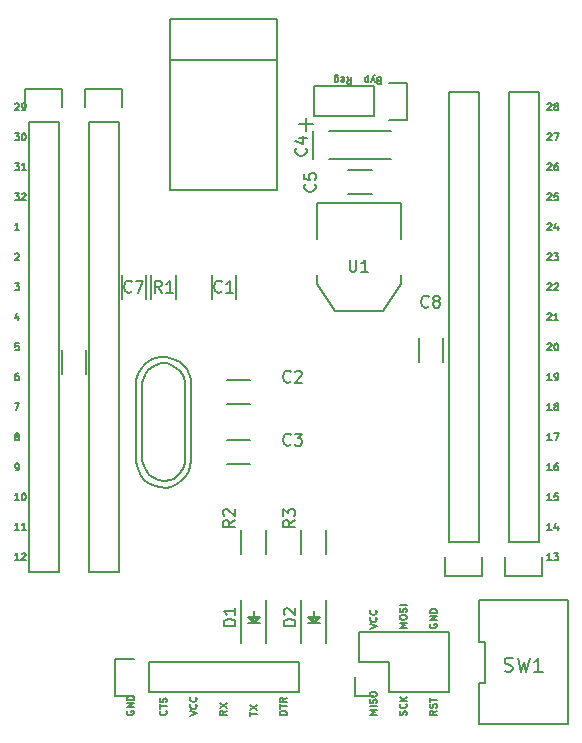
<source format=gto>
%TF.GenerationSoftware,KiCad,Pcbnew,4.0.2-stable*%
%TF.CreationDate,2016-04-26T19:03:57-04:00*%
%TF.ProjectId,Programmer,50726F6772616D6D65722E6B69636164,rev?*%
%TF.FileFunction,Legend,Top*%
%FSLAX46Y46*%
G04 Gerber Fmt 4.6, Leading zero omitted, Abs format (unit mm)*
G04 Created by KiCad (PCBNEW 4.0.2-stable) date 4/26/2016 7:03:57 PM*
%MOMM*%
G01*
G04 APERTURE LIST*
%ADD10C,0.127000*%
%ADD11C,0.150000*%
G04 APERTURE END LIST*
D10*
X45996286Y-22842571D02*
X46196286Y-23128286D01*
X46339143Y-22842571D02*
X46339143Y-23442571D01*
X46110571Y-23442571D01*
X46053429Y-23414000D01*
X46024857Y-23385429D01*
X45996286Y-23328286D01*
X45996286Y-23242571D01*
X46024857Y-23185429D01*
X46053429Y-23156857D01*
X46110571Y-23128286D01*
X46339143Y-23128286D01*
X45510571Y-22871143D02*
X45567714Y-22842571D01*
X45682000Y-22842571D01*
X45739143Y-22871143D01*
X45767714Y-22928286D01*
X45767714Y-23156857D01*
X45739143Y-23214000D01*
X45682000Y-23242571D01*
X45567714Y-23242571D01*
X45510571Y-23214000D01*
X45482000Y-23156857D01*
X45482000Y-23099714D01*
X45767714Y-23042571D01*
X44967714Y-23242571D02*
X44967714Y-22756857D01*
X44996285Y-22699714D01*
X45024857Y-22671143D01*
X45082000Y-22642571D01*
X45167714Y-22642571D01*
X45224857Y-22671143D01*
X44967714Y-22871143D02*
X45024857Y-22842571D01*
X45139143Y-22842571D01*
X45196285Y-22871143D01*
X45224857Y-22899714D01*
X45253428Y-22956857D01*
X45253428Y-23128286D01*
X45224857Y-23185429D01*
X45196285Y-23214000D01*
X45139143Y-23242571D01*
X45024857Y-23242571D01*
X44967714Y-23214000D01*
X48679143Y-23156857D02*
X48593429Y-23128286D01*
X48564857Y-23099714D01*
X48536286Y-23042571D01*
X48536286Y-22956857D01*
X48564857Y-22899714D01*
X48593429Y-22871143D01*
X48650571Y-22842571D01*
X48879143Y-22842571D01*
X48879143Y-23442571D01*
X48679143Y-23442571D01*
X48622000Y-23414000D01*
X48593429Y-23385429D01*
X48564857Y-23328286D01*
X48564857Y-23271143D01*
X48593429Y-23214000D01*
X48622000Y-23185429D01*
X48679143Y-23156857D01*
X48879143Y-23156857D01*
X48336286Y-23242571D02*
X48193429Y-22842571D01*
X48050571Y-23242571D02*
X48193429Y-22842571D01*
X48250571Y-22699714D01*
X48279143Y-22671143D01*
X48336286Y-22642571D01*
X47822000Y-23242571D02*
X47822000Y-22642571D01*
X47822000Y-23214000D02*
X47764857Y-23242571D01*
X47650571Y-23242571D01*
X47593428Y-23214000D01*
X47564857Y-23185429D01*
X47536286Y-23128286D01*
X47536286Y-22956857D01*
X47564857Y-22899714D01*
X47593428Y-22871143D01*
X47650571Y-22842571D01*
X47764857Y-22842571D01*
X47822000Y-22871143D01*
X62979286Y-25128571D02*
X63007857Y-25100000D01*
X63065000Y-25071429D01*
X63207857Y-25071429D01*
X63265000Y-25100000D01*
X63293571Y-25128571D01*
X63322143Y-25185714D01*
X63322143Y-25242857D01*
X63293571Y-25328571D01*
X62950714Y-25671429D01*
X63322143Y-25671429D01*
X63665000Y-25328571D02*
X63607858Y-25300000D01*
X63579286Y-25271429D01*
X63550715Y-25214286D01*
X63550715Y-25185714D01*
X63579286Y-25128571D01*
X63607858Y-25100000D01*
X63665000Y-25071429D01*
X63779286Y-25071429D01*
X63836429Y-25100000D01*
X63865000Y-25128571D01*
X63893572Y-25185714D01*
X63893572Y-25214286D01*
X63865000Y-25271429D01*
X63836429Y-25300000D01*
X63779286Y-25328571D01*
X63665000Y-25328571D01*
X63607858Y-25357143D01*
X63579286Y-25385714D01*
X63550715Y-25442857D01*
X63550715Y-25557143D01*
X63579286Y-25614286D01*
X63607858Y-25642857D01*
X63665000Y-25671429D01*
X63779286Y-25671429D01*
X63836429Y-25642857D01*
X63865000Y-25614286D01*
X63893572Y-25557143D01*
X63893572Y-25442857D01*
X63865000Y-25385714D01*
X63836429Y-25357143D01*
X63779286Y-25328571D01*
X62979286Y-27668571D02*
X63007857Y-27640000D01*
X63065000Y-27611429D01*
X63207857Y-27611429D01*
X63265000Y-27640000D01*
X63293571Y-27668571D01*
X63322143Y-27725714D01*
X63322143Y-27782857D01*
X63293571Y-27868571D01*
X62950714Y-28211429D01*
X63322143Y-28211429D01*
X63522143Y-27611429D02*
X63922143Y-27611429D01*
X63665000Y-28211429D01*
X62979286Y-30208571D02*
X63007857Y-30180000D01*
X63065000Y-30151429D01*
X63207857Y-30151429D01*
X63265000Y-30180000D01*
X63293571Y-30208571D01*
X63322143Y-30265714D01*
X63322143Y-30322857D01*
X63293571Y-30408571D01*
X62950714Y-30751429D01*
X63322143Y-30751429D01*
X63836429Y-30151429D02*
X63722143Y-30151429D01*
X63665000Y-30180000D01*
X63636429Y-30208571D01*
X63579286Y-30294286D01*
X63550715Y-30408571D01*
X63550715Y-30637143D01*
X63579286Y-30694286D01*
X63607858Y-30722857D01*
X63665000Y-30751429D01*
X63779286Y-30751429D01*
X63836429Y-30722857D01*
X63865000Y-30694286D01*
X63893572Y-30637143D01*
X63893572Y-30494286D01*
X63865000Y-30437143D01*
X63836429Y-30408571D01*
X63779286Y-30380000D01*
X63665000Y-30380000D01*
X63607858Y-30408571D01*
X63579286Y-30437143D01*
X63550715Y-30494286D01*
X62979286Y-32748571D02*
X63007857Y-32720000D01*
X63065000Y-32691429D01*
X63207857Y-32691429D01*
X63265000Y-32720000D01*
X63293571Y-32748571D01*
X63322143Y-32805714D01*
X63322143Y-32862857D01*
X63293571Y-32948571D01*
X62950714Y-33291429D01*
X63322143Y-33291429D01*
X63865000Y-32691429D02*
X63579286Y-32691429D01*
X63550715Y-32977143D01*
X63579286Y-32948571D01*
X63636429Y-32920000D01*
X63779286Y-32920000D01*
X63836429Y-32948571D01*
X63865000Y-32977143D01*
X63893572Y-33034286D01*
X63893572Y-33177143D01*
X63865000Y-33234286D01*
X63836429Y-33262857D01*
X63779286Y-33291429D01*
X63636429Y-33291429D01*
X63579286Y-33262857D01*
X63550715Y-33234286D01*
X62979286Y-35288571D02*
X63007857Y-35260000D01*
X63065000Y-35231429D01*
X63207857Y-35231429D01*
X63265000Y-35260000D01*
X63293571Y-35288571D01*
X63322143Y-35345714D01*
X63322143Y-35402857D01*
X63293571Y-35488571D01*
X62950714Y-35831429D01*
X63322143Y-35831429D01*
X63836429Y-35431429D02*
X63836429Y-35831429D01*
X63693572Y-35202857D02*
X63550715Y-35631429D01*
X63922143Y-35631429D01*
X62979286Y-37828571D02*
X63007857Y-37800000D01*
X63065000Y-37771429D01*
X63207857Y-37771429D01*
X63265000Y-37800000D01*
X63293571Y-37828571D01*
X63322143Y-37885714D01*
X63322143Y-37942857D01*
X63293571Y-38028571D01*
X62950714Y-38371429D01*
X63322143Y-38371429D01*
X63522143Y-37771429D02*
X63893572Y-37771429D01*
X63693572Y-38000000D01*
X63779286Y-38000000D01*
X63836429Y-38028571D01*
X63865000Y-38057143D01*
X63893572Y-38114286D01*
X63893572Y-38257143D01*
X63865000Y-38314286D01*
X63836429Y-38342857D01*
X63779286Y-38371429D01*
X63607858Y-38371429D01*
X63550715Y-38342857D01*
X63522143Y-38314286D01*
X62979286Y-40368571D02*
X63007857Y-40340000D01*
X63065000Y-40311429D01*
X63207857Y-40311429D01*
X63265000Y-40340000D01*
X63293571Y-40368571D01*
X63322143Y-40425714D01*
X63322143Y-40482857D01*
X63293571Y-40568571D01*
X62950714Y-40911429D01*
X63322143Y-40911429D01*
X63550715Y-40368571D02*
X63579286Y-40340000D01*
X63636429Y-40311429D01*
X63779286Y-40311429D01*
X63836429Y-40340000D01*
X63865000Y-40368571D01*
X63893572Y-40425714D01*
X63893572Y-40482857D01*
X63865000Y-40568571D01*
X63522143Y-40911429D01*
X63893572Y-40911429D01*
X62979286Y-42908571D02*
X63007857Y-42880000D01*
X63065000Y-42851429D01*
X63207857Y-42851429D01*
X63265000Y-42880000D01*
X63293571Y-42908571D01*
X63322143Y-42965714D01*
X63322143Y-43022857D01*
X63293571Y-43108571D01*
X62950714Y-43451429D01*
X63322143Y-43451429D01*
X63893572Y-43451429D02*
X63550715Y-43451429D01*
X63722143Y-43451429D02*
X63722143Y-42851429D01*
X63665000Y-42937143D01*
X63607858Y-42994286D01*
X63550715Y-43022857D01*
X62979286Y-45448571D02*
X63007857Y-45420000D01*
X63065000Y-45391429D01*
X63207857Y-45391429D01*
X63265000Y-45420000D01*
X63293571Y-45448571D01*
X63322143Y-45505714D01*
X63322143Y-45562857D01*
X63293571Y-45648571D01*
X62950714Y-45991429D01*
X63322143Y-45991429D01*
X63693572Y-45391429D02*
X63750715Y-45391429D01*
X63807858Y-45420000D01*
X63836429Y-45448571D01*
X63865000Y-45505714D01*
X63893572Y-45620000D01*
X63893572Y-45762857D01*
X63865000Y-45877143D01*
X63836429Y-45934286D01*
X63807858Y-45962857D01*
X63750715Y-45991429D01*
X63693572Y-45991429D01*
X63636429Y-45962857D01*
X63607858Y-45934286D01*
X63579286Y-45877143D01*
X63550715Y-45762857D01*
X63550715Y-45620000D01*
X63579286Y-45505714D01*
X63607858Y-45448571D01*
X63636429Y-45420000D01*
X63693572Y-45391429D01*
X63322143Y-48531429D02*
X62979286Y-48531429D01*
X63150714Y-48531429D02*
X63150714Y-47931429D01*
X63093571Y-48017143D01*
X63036429Y-48074286D01*
X62979286Y-48102857D01*
X63607858Y-48531429D02*
X63722143Y-48531429D01*
X63779286Y-48502857D01*
X63807858Y-48474286D01*
X63865000Y-48388571D01*
X63893572Y-48274286D01*
X63893572Y-48045714D01*
X63865000Y-47988571D01*
X63836429Y-47960000D01*
X63779286Y-47931429D01*
X63665000Y-47931429D01*
X63607858Y-47960000D01*
X63579286Y-47988571D01*
X63550715Y-48045714D01*
X63550715Y-48188571D01*
X63579286Y-48245714D01*
X63607858Y-48274286D01*
X63665000Y-48302857D01*
X63779286Y-48302857D01*
X63836429Y-48274286D01*
X63865000Y-48245714D01*
X63893572Y-48188571D01*
X63322143Y-51071429D02*
X62979286Y-51071429D01*
X63150714Y-51071429D02*
X63150714Y-50471429D01*
X63093571Y-50557143D01*
X63036429Y-50614286D01*
X62979286Y-50642857D01*
X63665000Y-50728571D02*
X63607858Y-50700000D01*
X63579286Y-50671429D01*
X63550715Y-50614286D01*
X63550715Y-50585714D01*
X63579286Y-50528571D01*
X63607858Y-50500000D01*
X63665000Y-50471429D01*
X63779286Y-50471429D01*
X63836429Y-50500000D01*
X63865000Y-50528571D01*
X63893572Y-50585714D01*
X63893572Y-50614286D01*
X63865000Y-50671429D01*
X63836429Y-50700000D01*
X63779286Y-50728571D01*
X63665000Y-50728571D01*
X63607858Y-50757143D01*
X63579286Y-50785714D01*
X63550715Y-50842857D01*
X63550715Y-50957143D01*
X63579286Y-51014286D01*
X63607858Y-51042857D01*
X63665000Y-51071429D01*
X63779286Y-51071429D01*
X63836429Y-51042857D01*
X63865000Y-51014286D01*
X63893572Y-50957143D01*
X63893572Y-50842857D01*
X63865000Y-50785714D01*
X63836429Y-50757143D01*
X63779286Y-50728571D01*
X63322143Y-53611429D02*
X62979286Y-53611429D01*
X63150714Y-53611429D02*
X63150714Y-53011429D01*
X63093571Y-53097143D01*
X63036429Y-53154286D01*
X62979286Y-53182857D01*
X63522143Y-53011429D02*
X63922143Y-53011429D01*
X63665000Y-53611429D01*
X63322143Y-56151429D02*
X62979286Y-56151429D01*
X63150714Y-56151429D02*
X63150714Y-55551429D01*
X63093571Y-55637143D01*
X63036429Y-55694286D01*
X62979286Y-55722857D01*
X63836429Y-55551429D02*
X63722143Y-55551429D01*
X63665000Y-55580000D01*
X63636429Y-55608571D01*
X63579286Y-55694286D01*
X63550715Y-55808571D01*
X63550715Y-56037143D01*
X63579286Y-56094286D01*
X63607858Y-56122857D01*
X63665000Y-56151429D01*
X63779286Y-56151429D01*
X63836429Y-56122857D01*
X63865000Y-56094286D01*
X63893572Y-56037143D01*
X63893572Y-55894286D01*
X63865000Y-55837143D01*
X63836429Y-55808571D01*
X63779286Y-55780000D01*
X63665000Y-55780000D01*
X63607858Y-55808571D01*
X63579286Y-55837143D01*
X63550715Y-55894286D01*
X63322143Y-58691429D02*
X62979286Y-58691429D01*
X63150714Y-58691429D02*
X63150714Y-58091429D01*
X63093571Y-58177143D01*
X63036429Y-58234286D01*
X62979286Y-58262857D01*
X63865000Y-58091429D02*
X63579286Y-58091429D01*
X63550715Y-58377143D01*
X63579286Y-58348571D01*
X63636429Y-58320000D01*
X63779286Y-58320000D01*
X63836429Y-58348571D01*
X63865000Y-58377143D01*
X63893572Y-58434286D01*
X63893572Y-58577143D01*
X63865000Y-58634286D01*
X63836429Y-58662857D01*
X63779286Y-58691429D01*
X63636429Y-58691429D01*
X63579286Y-58662857D01*
X63550715Y-58634286D01*
X63322143Y-61231429D02*
X62979286Y-61231429D01*
X63150714Y-61231429D02*
X63150714Y-60631429D01*
X63093571Y-60717143D01*
X63036429Y-60774286D01*
X62979286Y-60802857D01*
X63836429Y-60831429D02*
X63836429Y-61231429D01*
X63693572Y-60602857D02*
X63550715Y-61031429D01*
X63922143Y-61031429D01*
X63322143Y-63771429D02*
X62979286Y-63771429D01*
X63150714Y-63771429D02*
X63150714Y-63171429D01*
X63093571Y-63257143D01*
X63036429Y-63314286D01*
X62979286Y-63342857D01*
X63522143Y-63171429D02*
X63893572Y-63171429D01*
X63693572Y-63400000D01*
X63779286Y-63400000D01*
X63836429Y-63428571D01*
X63865000Y-63457143D01*
X63893572Y-63514286D01*
X63893572Y-63657143D01*
X63865000Y-63714286D01*
X63836429Y-63742857D01*
X63779286Y-63771429D01*
X63607858Y-63771429D01*
X63550715Y-63742857D01*
X63522143Y-63714286D01*
X18237143Y-63771429D02*
X17894286Y-63771429D01*
X18065714Y-63771429D02*
X18065714Y-63171429D01*
X18008571Y-63257143D01*
X17951429Y-63314286D01*
X17894286Y-63342857D01*
X18465715Y-63228571D02*
X18494286Y-63200000D01*
X18551429Y-63171429D01*
X18694286Y-63171429D01*
X18751429Y-63200000D01*
X18780000Y-63228571D01*
X18808572Y-63285714D01*
X18808572Y-63342857D01*
X18780000Y-63428571D01*
X18437143Y-63771429D01*
X18808572Y-63771429D01*
X18237143Y-61231429D02*
X17894286Y-61231429D01*
X18065714Y-61231429D02*
X18065714Y-60631429D01*
X18008571Y-60717143D01*
X17951429Y-60774286D01*
X17894286Y-60802857D01*
X18808572Y-61231429D02*
X18465715Y-61231429D01*
X18637143Y-61231429D02*
X18637143Y-60631429D01*
X18580000Y-60717143D01*
X18522858Y-60774286D01*
X18465715Y-60802857D01*
X18237143Y-58691429D02*
X17894286Y-58691429D01*
X18065714Y-58691429D02*
X18065714Y-58091429D01*
X18008571Y-58177143D01*
X17951429Y-58234286D01*
X17894286Y-58262857D01*
X18608572Y-58091429D02*
X18665715Y-58091429D01*
X18722858Y-58120000D01*
X18751429Y-58148571D01*
X18780000Y-58205714D01*
X18808572Y-58320000D01*
X18808572Y-58462857D01*
X18780000Y-58577143D01*
X18751429Y-58634286D01*
X18722858Y-58662857D01*
X18665715Y-58691429D01*
X18608572Y-58691429D01*
X18551429Y-58662857D01*
X18522858Y-58634286D01*
X18494286Y-58577143D01*
X18465715Y-58462857D01*
X18465715Y-58320000D01*
X18494286Y-58205714D01*
X18522858Y-58148571D01*
X18551429Y-58120000D01*
X18608572Y-58091429D01*
X17951429Y-56151429D02*
X18065714Y-56151429D01*
X18122857Y-56122857D01*
X18151429Y-56094286D01*
X18208571Y-56008571D01*
X18237143Y-55894286D01*
X18237143Y-55665714D01*
X18208571Y-55608571D01*
X18180000Y-55580000D01*
X18122857Y-55551429D01*
X18008571Y-55551429D01*
X17951429Y-55580000D01*
X17922857Y-55608571D01*
X17894286Y-55665714D01*
X17894286Y-55808571D01*
X17922857Y-55865714D01*
X17951429Y-55894286D01*
X18008571Y-55922857D01*
X18122857Y-55922857D01*
X18180000Y-55894286D01*
X18208571Y-55865714D01*
X18237143Y-55808571D01*
X18008571Y-53268571D02*
X17951429Y-53240000D01*
X17922857Y-53211429D01*
X17894286Y-53154286D01*
X17894286Y-53125714D01*
X17922857Y-53068571D01*
X17951429Y-53040000D01*
X18008571Y-53011429D01*
X18122857Y-53011429D01*
X18180000Y-53040000D01*
X18208571Y-53068571D01*
X18237143Y-53125714D01*
X18237143Y-53154286D01*
X18208571Y-53211429D01*
X18180000Y-53240000D01*
X18122857Y-53268571D01*
X18008571Y-53268571D01*
X17951429Y-53297143D01*
X17922857Y-53325714D01*
X17894286Y-53382857D01*
X17894286Y-53497143D01*
X17922857Y-53554286D01*
X17951429Y-53582857D01*
X18008571Y-53611429D01*
X18122857Y-53611429D01*
X18180000Y-53582857D01*
X18208571Y-53554286D01*
X18237143Y-53497143D01*
X18237143Y-53382857D01*
X18208571Y-53325714D01*
X18180000Y-53297143D01*
X18122857Y-53268571D01*
X17865714Y-50471429D02*
X18265714Y-50471429D01*
X18008571Y-51071429D01*
X18180000Y-47931429D02*
X18065714Y-47931429D01*
X18008571Y-47960000D01*
X17980000Y-47988571D01*
X17922857Y-48074286D01*
X17894286Y-48188571D01*
X17894286Y-48417143D01*
X17922857Y-48474286D01*
X17951429Y-48502857D01*
X18008571Y-48531429D01*
X18122857Y-48531429D01*
X18180000Y-48502857D01*
X18208571Y-48474286D01*
X18237143Y-48417143D01*
X18237143Y-48274286D01*
X18208571Y-48217143D01*
X18180000Y-48188571D01*
X18122857Y-48160000D01*
X18008571Y-48160000D01*
X17951429Y-48188571D01*
X17922857Y-48217143D01*
X17894286Y-48274286D01*
X18208571Y-45391429D02*
X17922857Y-45391429D01*
X17894286Y-45677143D01*
X17922857Y-45648571D01*
X17980000Y-45620000D01*
X18122857Y-45620000D01*
X18180000Y-45648571D01*
X18208571Y-45677143D01*
X18237143Y-45734286D01*
X18237143Y-45877143D01*
X18208571Y-45934286D01*
X18180000Y-45962857D01*
X18122857Y-45991429D01*
X17980000Y-45991429D01*
X17922857Y-45962857D01*
X17894286Y-45934286D01*
X18180000Y-43051429D02*
X18180000Y-43451429D01*
X18037143Y-42822857D02*
X17894286Y-43251429D01*
X18265714Y-43251429D01*
X17894286Y-25128571D02*
X17922857Y-25100000D01*
X17980000Y-25071429D01*
X18122857Y-25071429D01*
X18180000Y-25100000D01*
X18208571Y-25128571D01*
X18237143Y-25185714D01*
X18237143Y-25242857D01*
X18208571Y-25328571D01*
X17865714Y-25671429D01*
X18237143Y-25671429D01*
X18522858Y-25671429D02*
X18637143Y-25671429D01*
X18694286Y-25642857D01*
X18722858Y-25614286D01*
X18780000Y-25528571D01*
X18808572Y-25414286D01*
X18808572Y-25185714D01*
X18780000Y-25128571D01*
X18751429Y-25100000D01*
X18694286Y-25071429D01*
X18580000Y-25071429D01*
X18522858Y-25100000D01*
X18494286Y-25128571D01*
X18465715Y-25185714D01*
X18465715Y-25328571D01*
X18494286Y-25385714D01*
X18522858Y-25414286D01*
X18580000Y-25442857D01*
X18694286Y-25442857D01*
X18751429Y-25414286D01*
X18780000Y-25385714D01*
X18808572Y-25328571D01*
X17865714Y-27611429D02*
X18237143Y-27611429D01*
X18037143Y-27840000D01*
X18122857Y-27840000D01*
X18180000Y-27868571D01*
X18208571Y-27897143D01*
X18237143Y-27954286D01*
X18237143Y-28097143D01*
X18208571Y-28154286D01*
X18180000Y-28182857D01*
X18122857Y-28211429D01*
X17951429Y-28211429D01*
X17894286Y-28182857D01*
X17865714Y-28154286D01*
X18608572Y-27611429D02*
X18665715Y-27611429D01*
X18722858Y-27640000D01*
X18751429Y-27668571D01*
X18780000Y-27725714D01*
X18808572Y-27840000D01*
X18808572Y-27982857D01*
X18780000Y-28097143D01*
X18751429Y-28154286D01*
X18722858Y-28182857D01*
X18665715Y-28211429D01*
X18608572Y-28211429D01*
X18551429Y-28182857D01*
X18522858Y-28154286D01*
X18494286Y-28097143D01*
X18465715Y-27982857D01*
X18465715Y-27840000D01*
X18494286Y-27725714D01*
X18522858Y-27668571D01*
X18551429Y-27640000D01*
X18608572Y-27611429D01*
X17865714Y-40311429D02*
X18237143Y-40311429D01*
X18037143Y-40540000D01*
X18122857Y-40540000D01*
X18180000Y-40568571D01*
X18208571Y-40597143D01*
X18237143Y-40654286D01*
X18237143Y-40797143D01*
X18208571Y-40854286D01*
X18180000Y-40882857D01*
X18122857Y-40911429D01*
X17951429Y-40911429D01*
X17894286Y-40882857D01*
X17865714Y-40854286D01*
X17894286Y-37828571D02*
X17922857Y-37800000D01*
X17980000Y-37771429D01*
X18122857Y-37771429D01*
X18180000Y-37800000D01*
X18208571Y-37828571D01*
X18237143Y-37885714D01*
X18237143Y-37942857D01*
X18208571Y-38028571D01*
X17865714Y-38371429D01*
X18237143Y-38371429D01*
X17865714Y-30151429D02*
X18237143Y-30151429D01*
X18037143Y-30380000D01*
X18122857Y-30380000D01*
X18180000Y-30408571D01*
X18208571Y-30437143D01*
X18237143Y-30494286D01*
X18237143Y-30637143D01*
X18208571Y-30694286D01*
X18180000Y-30722857D01*
X18122857Y-30751429D01*
X17951429Y-30751429D01*
X17894286Y-30722857D01*
X17865714Y-30694286D01*
X18808572Y-30751429D02*
X18465715Y-30751429D01*
X18637143Y-30751429D02*
X18637143Y-30151429D01*
X18580000Y-30237143D01*
X18522858Y-30294286D01*
X18465715Y-30322857D01*
X17865714Y-32691429D02*
X18237143Y-32691429D01*
X18037143Y-32920000D01*
X18122857Y-32920000D01*
X18180000Y-32948571D01*
X18208571Y-32977143D01*
X18237143Y-33034286D01*
X18237143Y-33177143D01*
X18208571Y-33234286D01*
X18180000Y-33262857D01*
X18122857Y-33291429D01*
X17951429Y-33291429D01*
X17894286Y-33262857D01*
X17865714Y-33234286D01*
X18465715Y-32748571D02*
X18494286Y-32720000D01*
X18551429Y-32691429D01*
X18694286Y-32691429D01*
X18751429Y-32720000D01*
X18780000Y-32748571D01*
X18808572Y-32805714D01*
X18808572Y-32862857D01*
X18780000Y-32948571D01*
X18437143Y-33291429D01*
X18808572Y-33291429D01*
X18237143Y-35831429D02*
X17894286Y-35831429D01*
X18065714Y-35831429D02*
X18065714Y-35231429D01*
X18008571Y-35317143D01*
X17951429Y-35374286D01*
X17894286Y-35402857D01*
X47931429Y-69538857D02*
X48531429Y-69338857D01*
X47931429Y-69138857D01*
X48474286Y-68596000D02*
X48502857Y-68624571D01*
X48531429Y-68710285D01*
X48531429Y-68767428D01*
X48502857Y-68853143D01*
X48445714Y-68910285D01*
X48388571Y-68938857D01*
X48274286Y-68967428D01*
X48188571Y-68967428D01*
X48074286Y-68938857D01*
X48017143Y-68910285D01*
X47960000Y-68853143D01*
X47931429Y-68767428D01*
X47931429Y-68710285D01*
X47960000Y-68624571D01*
X47988571Y-68596000D01*
X48474286Y-67996000D02*
X48502857Y-68024571D01*
X48531429Y-68110285D01*
X48531429Y-68167428D01*
X48502857Y-68253143D01*
X48445714Y-68310285D01*
X48388571Y-68338857D01*
X48274286Y-68367428D01*
X48188571Y-68367428D01*
X48074286Y-68338857D01*
X48017143Y-68310285D01*
X47960000Y-68253143D01*
X47931429Y-68167428D01*
X47931429Y-68110285D01*
X47960000Y-68024571D01*
X47988571Y-67996000D01*
X51071429Y-69453143D02*
X50471429Y-69453143D01*
X50900000Y-69253143D01*
X50471429Y-69053143D01*
X51071429Y-69053143D01*
X50471429Y-68653143D02*
X50471429Y-68538857D01*
X50500000Y-68481715D01*
X50557143Y-68424572D01*
X50671429Y-68396000D01*
X50871429Y-68396000D01*
X50985714Y-68424572D01*
X51042857Y-68481715D01*
X51071429Y-68538857D01*
X51071429Y-68653143D01*
X51042857Y-68710286D01*
X50985714Y-68767429D01*
X50871429Y-68796000D01*
X50671429Y-68796000D01*
X50557143Y-68767429D01*
X50500000Y-68710286D01*
X50471429Y-68653143D01*
X51042857Y-68167429D02*
X51071429Y-68081715D01*
X51071429Y-67938858D01*
X51042857Y-67881715D01*
X51014286Y-67853144D01*
X50957143Y-67824572D01*
X50900000Y-67824572D01*
X50842857Y-67853144D01*
X50814286Y-67881715D01*
X50785714Y-67938858D01*
X50757143Y-68053144D01*
X50728571Y-68110286D01*
X50700000Y-68138858D01*
X50642857Y-68167429D01*
X50585714Y-68167429D01*
X50528571Y-68138858D01*
X50500000Y-68110286D01*
X50471429Y-68053144D01*
X50471429Y-67910286D01*
X50500000Y-67824572D01*
X51071429Y-67567429D02*
X50471429Y-67567429D01*
X53040000Y-69138857D02*
X53011429Y-69196000D01*
X53011429Y-69281714D01*
X53040000Y-69367429D01*
X53097143Y-69424571D01*
X53154286Y-69453143D01*
X53268571Y-69481714D01*
X53354286Y-69481714D01*
X53468571Y-69453143D01*
X53525714Y-69424571D01*
X53582857Y-69367429D01*
X53611429Y-69281714D01*
X53611429Y-69224571D01*
X53582857Y-69138857D01*
X53554286Y-69110286D01*
X53354286Y-69110286D01*
X53354286Y-69224571D01*
X53611429Y-68853143D02*
X53011429Y-68853143D01*
X53611429Y-68510286D01*
X53011429Y-68510286D01*
X53611429Y-68224572D02*
X53011429Y-68224572D01*
X53011429Y-68081715D01*
X53040000Y-67996000D01*
X53097143Y-67938858D01*
X53154286Y-67910286D01*
X53268571Y-67881715D01*
X53354286Y-67881715D01*
X53468571Y-67910286D01*
X53525714Y-67938858D01*
X53582857Y-67996000D01*
X53611429Y-68081715D01*
X53611429Y-68224572D01*
X53611429Y-76476286D02*
X53325714Y-76676286D01*
X53611429Y-76819143D02*
X53011429Y-76819143D01*
X53011429Y-76590571D01*
X53040000Y-76533429D01*
X53068571Y-76504857D01*
X53125714Y-76476286D01*
X53211429Y-76476286D01*
X53268571Y-76504857D01*
X53297143Y-76533429D01*
X53325714Y-76590571D01*
X53325714Y-76819143D01*
X53582857Y-76247714D02*
X53611429Y-76162000D01*
X53611429Y-76019143D01*
X53582857Y-75962000D01*
X53554286Y-75933429D01*
X53497143Y-75904857D01*
X53440000Y-75904857D01*
X53382857Y-75933429D01*
X53354286Y-75962000D01*
X53325714Y-76019143D01*
X53297143Y-76133429D01*
X53268571Y-76190571D01*
X53240000Y-76219143D01*
X53182857Y-76247714D01*
X53125714Y-76247714D01*
X53068571Y-76219143D01*
X53040000Y-76190571D01*
X53011429Y-76133429D01*
X53011429Y-75990571D01*
X53040000Y-75904857D01*
X53011429Y-75733428D02*
X53011429Y-75390571D01*
X53611429Y-75562000D02*
X53011429Y-75562000D01*
X51042857Y-76847714D02*
X51071429Y-76762000D01*
X51071429Y-76619143D01*
X51042857Y-76562000D01*
X51014286Y-76533429D01*
X50957143Y-76504857D01*
X50900000Y-76504857D01*
X50842857Y-76533429D01*
X50814286Y-76562000D01*
X50785714Y-76619143D01*
X50757143Y-76733429D01*
X50728571Y-76790571D01*
X50700000Y-76819143D01*
X50642857Y-76847714D01*
X50585714Y-76847714D01*
X50528571Y-76819143D01*
X50500000Y-76790571D01*
X50471429Y-76733429D01*
X50471429Y-76590571D01*
X50500000Y-76504857D01*
X51014286Y-75904857D02*
X51042857Y-75933428D01*
X51071429Y-76019142D01*
X51071429Y-76076285D01*
X51042857Y-76162000D01*
X50985714Y-76219142D01*
X50928571Y-76247714D01*
X50814286Y-76276285D01*
X50728571Y-76276285D01*
X50614286Y-76247714D01*
X50557143Y-76219142D01*
X50500000Y-76162000D01*
X50471429Y-76076285D01*
X50471429Y-76019142D01*
X50500000Y-75933428D01*
X50528571Y-75904857D01*
X51071429Y-75647714D02*
X50471429Y-75647714D01*
X51071429Y-75304857D02*
X50728571Y-75562000D01*
X50471429Y-75304857D02*
X50814286Y-75647714D01*
X48531429Y-76819143D02*
X47931429Y-76819143D01*
X48360000Y-76619143D01*
X47931429Y-76419143D01*
X48531429Y-76419143D01*
X48531429Y-76133429D02*
X47931429Y-76133429D01*
X48502857Y-75876286D02*
X48531429Y-75790572D01*
X48531429Y-75647715D01*
X48502857Y-75590572D01*
X48474286Y-75562001D01*
X48417143Y-75533429D01*
X48360000Y-75533429D01*
X48302857Y-75562001D01*
X48274286Y-75590572D01*
X48245714Y-75647715D01*
X48217143Y-75762001D01*
X48188571Y-75819143D01*
X48160000Y-75847715D01*
X48102857Y-75876286D01*
X48045714Y-75876286D01*
X47988571Y-75847715D01*
X47960000Y-75819143D01*
X47931429Y-75762001D01*
X47931429Y-75619143D01*
X47960000Y-75533429D01*
X47931429Y-75162000D02*
X47931429Y-75047714D01*
X47960000Y-74990572D01*
X48017143Y-74933429D01*
X48131429Y-74904857D01*
X48331429Y-74904857D01*
X48445714Y-74933429D01*
X48502857Y-74990572D01*
X48531429Y-75047714D01*
X48531429Y-75162000D01*
X48502857Y-75219143D01*
X48445714Y-75276286D01*
X48331429Y-75304857D01*
X48131429Y-75304857D01*
X48017143Y-75276286D01*
X47960000Y-75219143D01*
X47931429Y-75162000D01*
X37771429Y-76904857D02*
X37771429Y-76562000D01*
X38371429Y-76733429D02*
X37771429Y-76733429D01*
X37771429Y-76419143D02*
X38371429Y-76019143D01*
X37771429Y-76019143D02*
X38371429Y-76419143D01*
X35831429Y-76476286D02*
X35545714Y-76676286D01*
X35831429Y-76819143D02*
X35231429Y-76819143D01*
X35231429Y-76590571D01*
X35260000Y-76533429D01*
X35288571Y-76504857D01*
X35345714Y-76476286D01*
X35431429Y-76476286D01*
X35488571Y-76504857D01*
X35517143Y-76533429D01*
X35545714Y-76590571D01*
X35545714Y-76819143D01*
X35231429Y-76276286D02*
X35831429Y-75876286D01*
X35231429Y-75876286D02*
X35831429Y-76276286D01*
X32691429Y-76904857D02*
X33291429Y-76704857D01*
X32691429Y-76504857D01*
X33234286Y-75962000D02*
X33262857Y-75990571D01*
X33291429Y-76076285D01*
X33291429Y-76133428D01*
X33262857Y-76219143D01*
X33205714Y-76276285D01*
X33148571Y-76304857D01*
X33034286Y-76333428D01*
X32948571Y-76333428D01*
X32834286Y-76304857D01*
X32777143Y-76276285D01*
X32720000Y-76219143D01*
X32691429Y-76133428D01*
X32691429Y-76076285D01*
X32720000Y-75990571D01*
X32748571Y-75962000D01*
X33234286Y-75362000D02*
X33262857Y-75390571D01*
X33291429Y-75476285D01*
X33291429Y-75533428D01*
X33262857Y-75619143D01*
X33205714Y-75676285D01*
X33148571Y-75704857D01*
X33034286Y-75733428D01*
X32948571Y-75733428D01*
X32834286Y-75704857D01*
X32777143Y-75676285D01*
X32720000Y-75619143D01*
X32691429Y-75533428D01*
X32691429Y-75476285D01*
X32720000Y-75390571D01*
X32748571Y-75362000D01*
X30694286Y-76476286D02*
X30722857Y-76504857D01*
X30751429Y-76590571D01*
X30751429Y-76647714D01*
X30722857Y-76733429D01*
X30665714Y-76790571D01*
X30608571Y-76819143D01*
X30494286Y-76847714D01*
X30408571Y-76847714D01*
X30294286Y-76819143D01*
X30237143Y-76790571D01*
X30180000Y-76733429D01*
X30151429Y-76647714D01*
X30151429Y-76590571D01*
X30180000Y-76504857D01*
X30208571Y-76476286D01*
X30151429Y-76304857D02*
X30151429Y-75962000D01*
X30751429Y-76133429D02*
X30151429Y-76133429D01*
X30722857Y-75790571D02*
X30751429Y-75704857D01*
X30751429Y-75562000D01*
X30722857Y-75504857D01*
X30694286Y-75476286D01*
X30637143Y-75447714D01*
X30580000Y-75447714D01*
X30522857Y-75476286D01*
X30494286Y-75504857D01*
X30465714Y-75562000D01*
X30437143Y-75676286D01*
X30408571Y-75733428D01*
X30380000Y-75762000D01*
X30322857Y-75790571D01*
X30265714Y-75790571D01*
X30208571Y-75762000D01*
X30180000Y-75733428D01*
X30151429Y-75676286D01*
X30151429Y-75533428D01*
X30180000Y-75447714D01*
X40911429Y-76819143D02*
X40311429Y-76819143D01*
X40311429Y-76676286D01*
X40340000Y-76590571D01*
X40397143Y-76533429D01*
X40454286Y-76504857D01*
X40568571Y-76476286D01*
X40654286Y-76476286D01*
X40768571Y-76504857D01*
X40825714Y-76533429D01*
X40882857Y-76590571D01*
X40911429Y-76676286D01*
X40911429Y-76819143D01*
X40311429Y-76304857D02*
X40311429Y-75962000D01*
X40911429Y-76133429D02*
X40311429Y-76133429D01*
X40911429Y-75419143D02*
X40625714Y-75619143D01*
X40911429Y-75762000D02*
X40311429Y-75762000D01*
X40311429Y-75533428D01*
X40340000Y-75476286D01*
X40368571Y-75447714D01*
X40425714Y-75419143D01*
X40511429Y-75419143D01*
X40568571Y-75447714D01*
X40597143Y-75476286D01*
X40625714Y-75533428D01*
X40625714Y-75762000D01*
X27386000Y-76504857D02*
X27357429Y-76562000D01*
X27357429Y-76647714D01*
X27386000Y-76733429D01*
X27443143Y-76790571D01*
X27500286Y-76819143D01*
X27614571Y-76847714D01*
X27700286Y-76847714D01*
X27814571Y-76819143D01*
X27871714Y-76790571D01*
X27928857Y-76733429D01*
X27957429Y-76647714D01*
X27957429Y-76590571D01*
X27928857Y-76504857D01*
X27900286Y-76476286D01*
X27700286Y-76476286D01*
X27700286Y-76590571D01*
X27957429Y-76219143D02*
X27357429Y-76219143D01*
X27957429Y-75876286D01*
X27357429Y-75876286D01*
X27957429Y-75590572D02*
X27357429Y-75590572D01*
X27357429Y-75447715D01*
X27386000Y-75362000D01*
X27443143Y-75304858D01*
X27500286Y-75276286D01*
X27614571Y-75247715D01*
X27700286Y-75247715D01*
X27814571Y-75276286D01*
X27871714Y-75304858D01*
X27928857Y-75362000D01*
X27957429Y-75447715D01*
X27957429Y-75590572D01*
D11*
X36585000Y-41640000D02*
X36585000Y-39640000D01*
X34535000Y-39640000D02*
X34535000Y-41640000D01*
X37830000Y-48505000D02*
X35830000Y-48505000D01*
X35830000Y-50555000D02*
X37830000Y-50555000D01*
X37830000Y-53585000D02*
X35830000Y-53585000D01*
X35830000Y-55635000D02*
X37830000Y-55635000D01*
X40060880Y-21399500D02*
X31059120Y-21399500D01*
X40060880Y-17899380D02*
X31059120Y-17899380D01*
X31059120Y-17899380D02*
X31059120Y-32400240D01*
X31059120Y-32400240D02*
X40060880Y-32400240D01*
X40060880Y-32400240D02*
X40060880Y-17899380D01*
X39150000Y-70730000D02*
X39150000Y-67130000D01*
X37050000Y-70730000D02*
X37050000Y-67130000D01*
X37800000Y-68680000D02*
X38400000Y-68680000D01*
X38400000Y-68680000D02*
X38100000Y-68980000D01*
X38100000Y-68980000D02*
X37900000Y-68780000D01*
X37900000Y-68780000D02*
X38150000Y-68780000D01*
X38150000Y-68780000D02*
X38100000Y-68830000D01*
X37600000Y-69080000D02*
X38600000Y-69080000D01*
X38100000Y-68580000D02*
X38100000Y-68080000D01*
X38100000Y-69080000D02*
X37600000Y-68580000D01*
X37600000Y-68580000D02*
X38600000Y-68580000D01*
X38600000Y-68580000D02*
X38100000Y-69080000D01*
X44230000Y-70730000D02*
X44230000Y-67130000D01*
X42130000Y-70730000D02*
X42130000Y-67130000D01*
X42880000Y-68680000D02*
X43480000Y-68680000D01*
X43480000Y-68680000D02*
X43180000Y-68980000D01*
X43180000Y-68980000D02*
X42980000Y-68780000D01*
X42980000Y-68780000D02*
X43230000Y-68780000D01*
X43230000Y-68780000D02*
X43180000Y-68830000D01*
X42680000Y-69080000D02*
X43680000Y-69080000D01*
X43180000Y-68580000D02*
X43180000Y-68080000D01*
X43180000Y-69080000D02*
X42680000Y-68580000D01*
X42680000Y-68580000D02*
X43680000Y-68580000D01*
X43680000Y-68580000D02*
X43180000Y-69080000D01*
X29210000Y-72390000D02*
X41910000Y-72390000D01*
X41910000Y-72390000D02*
X41910000Y-74930000D01*
X41910000Y-74930000D02*
X29210000Y-74930000D01*
X26390000Y-72110000D02*
X27940000Y-72110000D01*
X29210000Y-72390000D02*
X29210000Y-74930000D01*
X27940000Y-75210000D02*
X26390000Y-75210000D01*
X26390000Y-75210000D02*
X26390000Y-72110000D01*
X24130000Y-26670000D02*
X24130000Y-64770000D01*
X24130000Y-64770000D02*
X26670000Y-64770000D01*
X26670000Y-64770000D02*
X26670000Y-26670000D01*
X26950000Y-23850000D02*
X26950000Y-25400000D01*
X26670000Y-26670000D02*
X24130000Y-26670000D01*
X23850000Y-25400000D02*
X23850000Y-23850000D01*
X23850000Y-23850000D02*
X26950000Y-23850000D01*
X49530000Y-74930000D02*
X54610000Y-74930000D01*
X46710000Y-75210000D02*
X46710000Y-73660000D01*
X46990000Y-72390000D02*
X49530000Y-72390000D01*
X49530000Y-72390000D02*
X49530000Y-74930000D01*
X54610000Y-74930000D02*
X54610000Y-69850000D01*
X54610000Y-69850000D02*
X49530000Y-69850000D01*
X46710000Y-75210000D02*
X48260000Y-75210000D01*
X46990000Y-69850000D02*
X46990000Y-72390000D01*
X49530000Y-69850000D02*
X46990000Y-69850000D01*
X57150000Y-62230000D02*
X57150000Y-24130000D01*
X57150000Y-24130000D02*
X54610000Y-24130000D01*
X54610000Y-24130000D02*
X54610000Y-62230000D01*
X54330000Y-65050000D02*
X54330000Y-63500000D01*
X54610000Y-62230000D02*
X57150000Y-62230000D01*
X57430000Y-63500000D02*
X57430000Y-65050000D01*
X57430000Y-65050000D02*
X54330000Y-65050000D01*
X31555000Y-39640000D02*
X31555000Y-41640000D01*
X29405000Y-41640000D02*
X29405000Y-39640000D01*
X37025000Y-63230000D02*
X37025000Y-61230000D01*
X39175000Y-61230000D02*
X39175000Y-63230000D01*
X42105000Y-63230000D02*
X42105000Y-61230000D01*
X44255000Y-61230000D02*
X44255000Y-63230000D01*
X50546000Y-36576000D02*
X50546000Y-33528000D01*
X50546000Y-33528000D02*
X43434000Y-33528000D01*
X43434000Y-33528000D02*
X43434000Y-36576000D01*
X50546000Y-39624000D02*
X50546000Y-40386000D01*
X50546000Y-40386000D02*
X49022000Y-42672000D01*
X49022000Y-42672000D02*
X44958000Y-42672000D01*
X44958000Y-42672000D02*
X43434000Y-40386000D01*
X43434000Y-40386000D02*
X43434000Y-39624000D01*
X31480760Y-56769000D02*
X31079440Y-56969660D01*
X31079440Y-56969660D02*
X30480000Y-57071260D01*
X30480000Y-57071260D02*
X29979620Y-56969660D01*
X29979620Y-56969660D02*
X29281120Y-56570880D01*
X29281120Y-56570880D02*
X28879800Y-55968900D01*
X28879800Y-55968900D02*
X28679140Y-55369460D01*
X28679140Y-55369460D02*
X28679140Y-48770540D01*
X28679140Y-48770540D02*
X28879800Y-48069500D01*
X28879800Y-48069500D02*
X29179520Y-47670720D01*
X29179520Y-47670720D02*
X29679900Y-47269400D01*
X29679900Y-47269400D02*
X30279340Y-47068740D01*
X30279340Y-47068740D02*
X30779720Y-47068740D01*
X30779720Y-47068740D02*
X31280100Y-47269400D01*
X31280100Y-47269400D02*
X31879540Y-47769780D01*
X31879540Y-47769780D02*
X32179260Y-48270160D01*
X32179260Y-48270160D02*
X32280860Y-48770540D01*
X32280860Y-48869600D02*
X32280860Y-55471060D01*
X32280860Y-55471060D02*
X32179260Y-55869840D01*
X32179260Y-55869840D02*
X31879540Y-56370220D01*
X31879540Y-56370220D02*
X31379160Y-56870600D01*
X32809180Y-48879760D02*
X32760920Y-48420020D01*
X32760920Y-48420020D02*
X32649160Y-48021240D01*
X32649160Y-48021240D02*
X32430720Y-47589440D01*
X32430720Y-47589440D02*
X32199580Y-47299880D01*
X32199580Y-47299880D02*
X31849060Y-46969680D01*
X31849060Y-46969680D02*
X31310580Y-46680120D01*
X31310580Y-46680120D02*
X30711140Y-46550580D01*
X30711140Y-46550580D02*
X30200600Y-46550580D01*
X30200600Y-46550580D02*
X29499560Y-46720760D01*
X29499560Y-46720760D02*
X28910280Y-47119540D01*
X28910280Y-47119540D02*
X28539440Y-47579280D01*
X28539440Y-47579280D02*
X28331160Y-48000920D01*
X28331160Y-48000920D02*
X28171140Y-48450500D01*
X28171140Y-48450500D02*
X28140660Y-48889920D01*
X28359100Y-56230520D02*
X28580080Y-56608980D01*
X28580080Y-56608980D02*
X28859480Y-56929020D01*
X28859480Y-56929020D02*
X29189680Y-57180480D01*
X29189680Y-57180480D02*
X29740860Y-57480200D01*
X29740860Y-57480200D02*
X30210760Y-57589420D01*
X30210760Y-57589420D02*
X30670500Y-57609740D01*
X30670500Y-57609740D02*
X31130240Y-57520840D01*
X31130240Y-57520840D02*
X31579820Y-57330340D01*
X31579820Y-57330340D02*
X32049720Y-56969660D01*
X32049720Y-56969660D02*
X32369760Y-56619140D01*
X32369760Y-56619140D02*
X32600900Y-56230520D01*
X32600900Y-56230520D02*
X32740600Y-55801260D01*
X32740600Y-55801260D02*
X32809180Y-55359300D01*
X28150820Y-48869600D02*
X28150820Y-55321200D01*
X28150820Y-55321200D02*
X28188920Y-55740300D01*
X28188920Y-55740300D02*
X28359100Y-56230520D01*
X32809180Y-48869600D02*
X32809180Y-55321200D01*
X19050000Y-26670000D02*
X19050000Y-64770000D01*
X19050000Y-64770000D02*
X21590000Y-64770000D01*
X21590000Y-64770000D02*
X21590000Y-26670000D01*
X21870000Y-23850000D02*
X21870000Y-25400000D01*
X21590000Y-26670000D02*
X19050000Y-26670000D01*
X18770000Y-25400000D02*
X18770000Y-23850000D01*
X18770000Y-23850000D02*
X21870000Y-23850000D01*
X62230000Y-62230000D02*
X62230000Y-24130000D01*
X62230000Y-24130000D02*
X59690000Y-24130000D01*
X59690000Y-24130000D02*
X59690000Y-62230000D01*
X59410000Y-65050000D02*
X59410000Y-63500000D01*
X59690000Y-62230000D02*
X62230000Y-62230000D01*
X62510000Y-63500000D02*
X62510000Y-65050000D01*
X62510000Y-65050000D02*
X59410000Y-65050000D01*
X44516040Y-29773880D02*
X49717960Y-29773880D01*
X49717960Y-27376120D02*
X44516040Y-27376120D01*
X42517060Y-26276300D02*
X42517060Y-27376120D01*
X41917620Y-26776680D02*
X43116500Y-26776680D01*
X43121580Y-27376120D02*
X43121580Y-29773880D01*
X48117000Y-30725000D02*
X46117000Y-30725000D01*
X46117000Y-32775000D02*
X48117000Y-32775000D01*
X21835000Y-45990000D02*
X21835000Y-47990000D01*
X23885000Y-47990000D02*
X23885000Y-45990000D01*
X26915000Y-39640000D02*
X26915000Y-41640000D01*
X28965000Y-41640000D02*
X28965000Y-39640000D01*
X52061000Y-44974000D02*
X52061000Y-46974000D01*
X54111000Y-46974000D02*
X54111000Y-44974000D01*
X48260000Y-23622000D02*
X43180000Y-23622000D01*
X43180000Y-23622000D02*
X43180000Y-26162000D01*
X43180000Y-26162000D02*
X48260000Y-26162000D01*
X51080000Y-26442000D02*
X49530000Y-26442000D01*
X48260000Y-26162000D02*
X48260000Y-23622000D01*
X49530000Y-23342000D02*
X51080000Y-23342000D01*
X51080000Y-23342000D02*
X51080000Y-26442000D01*
X57221500Y-77652500D02*
X64698499Y-77652500D01*
X64698499Y-77652500D02*
X64698500Y-67127500D01*
X64698500Y-67127500D02*
X57221501Y-67127500D01*
X57221501Y-67127500D02*
X57221500Y-70635834D01*
X57221500Y-70635834D02*
X57671500Y-70635834D01*
X57671500Y-70635834D02*
X57671500Y-74144166D01*
X57671500Y-74144166D02*
X57221500Y-74144166D01*
X57221500Y-74144166D02*
X57221500Y-77652500D01*
X35393334Y-40997143D02*
X35345715Y-41044762D01*
X35202858Y-41092381D01*
X35107620Y-41092381D01*
X34964762Y-41044762D01*
X34869524Y-40949524D01*
X34821905Y-40854286D01*
X34774286Y-40663810D01*
X34774286Y-40520952D01*
X34821905Y-40330476D01*
X34869524Y-40235238D01*
X34964762Y-40140000D01*
X35107620Y-40092381D01*
X35202858Y-40092381D01*
X35345715Y-40140000D01*
X35393334Y-40187619D01*
X36345715Y-41092381D02*
X35774286Y-41092381D01*
X36060000Y-41092381D02*
X36060000Y-40092381D01*
X35964762Y-40235238D01*
X35869524Y-40330476D01*
X35774286Y-40378095D01*
X41235334Y-48617143D02*
X41187715Y-48664762D01*
X41044858Y-48712381D01*
X40949620Y-48712381D01*
X40806762Y-48664762D01*
X40711524Y-48569524D01*
X40663905Y-48474286D01*
X40616286Y-48283810D01*
X40616286Y-48140952D01*
X40663905Y-47950476D01*
X40711524Y-47855238D01*
X40806762Y-47760000D01*
X40949620Y-47712381D01*
X41044858Y-47712381D01*
X41187715Y-47760000D01*
X41235334Y-47807619D01*
X41616286Y-47807619D02*
X41663905Y-47760000D01*
X41759143Y-47712381D01*
X41997239Y-47712381D01*
X42092477Y-47760000D01*
X42140096Y-47807619D01*
X42187715Y-47902857D01*
X42187715Y-47998095D01*
X42140096Y-48140952D01*
X41568667Y-48712381D01*
X42187715Y-48712381D01*
X41235334Y-53951143D02*
X41187715Y-53998762D01*
X41044858Y-54046381D01*
X40949620Y-54046381D01*
X40806762Y-53998762D01*
X40711524Y-53903524D01*
X40663905Y-53808286D01*
X40616286Y-53617810D01*
X40616286Y-53474952D01*
X40663905Y-53284476D01*
X40711524Y-53189238D01*
X40806762Y-53094000D01*
X40949620Y-53046381D01*
X41044858Y-53046381D01*
X41187715Y-53094000D01*
X41235334Y-53141619D01*
X41568667Y-53046381D02*
X42187715Y-53046381D01*
X41854381Y-53427333D01*
X41997239Y-53427333D01*
X42092477Y-53474952D01*
X42140096Y-53522571D01*
X42187715Y-53617810D01*
X42187715Y-53855905D01*
X42140096Y-53951143D01*
X42092477Y-53998762D01*
X41997239Y-54046381D01*
X41711524Y-54046381D01*
X41616286Y-53998762D01*
X41568667Y-53951143D01*
X36552381Y-69318095D02*
X35552381Y-69318095D01*
X35552381Y-69080000D01*
X35600000Y-68937142D01*
X35695238Y-68841904D01*
X35790476Y-68794285D01*
X35980952Y-68746666D01*
X36123810Y-68746666D01*
X36314286Y-68794285D01*
X36409524Y-68841904D01*
X36504762Y-68937142D01*
X36552381Y-69080000D01*
X36552381Y-69318095D01*
X36552381Y-67794285D02*
X36552381Y-68365714D01*
X36552381Y-68080000D02*
X35552381Y-68080000D01*
X35695238Y-68175238D01*
X35790476Y-68270476D01*
X35838095Y-68365714D01*
X41632381Y-69318095D02*
X40632381Y-69318095D01*
X40632381Y-69080000D01*
X40680000Y-68937142D01*
X40775238Y-68841904D01*
X40870476Y-68794285D01*
X41060952Y-68746666D01*
X41203810Y-68746666D01*
X41394286Y-68794285D01*
X41489524Y-68841904D01*
X41584762Y-68937142D01*
X41632381Y-69080000D01*
X41632381Y-69318095D01*
X40727619Y-68365714D02*
X40680000Y-68318095D01*
X40632381Y-68222857D01*
X40632381Y-67984761D01*
X40680000Y-67889523D01*
X40727619Y-67841904D01*
X40822857Y-67794285D01*
X40918095Y-67794285D01*
X41060952Y-67841904D01*
X41632381Y-68413333D01*
X41632381Y-67794285D01*
X30313334Y-41092381D02*
X29980000Y-40616190D01*
X29741905Y-41092381D02*
X29741905Y-40092381D01*
X30122858Y-40092381D01*
X30218096Y-40140000D01*
X30265715Y-40187619D01*
X30313334Y-40282857D01*
X30313334Y-40425714D01*
X30265715Y-40520952D01*
X30218096Y-40568571D01*
X30122858Y-40616190D01*
X29741905Y-40616190D01*
X31265715Y-41092381D02*
X30694286Y-41092381D01*
X30980000Y-41092381D02*
X30980000Y-40092381D01*
X30884762Y-40235238D01*
X30789524Y-40330476D01*
X30694286Y-40378095D01*
X36520381Y-60364666D02*
X36044190Y-60698000D01*
X36520381Y-60936095D02*
X35520381Y-60936095D01*
X35520381Y-60555142D01*
X35568000Y-60459904D01*
X35615619Y-60412285D01*
X35710857Y-60364666D01*
X35853714Y-60364666D01*
X35948952Y-60412285D01*
X35996571Y-60459904D01*
X36044190Y-60555142D01*
X36044190Y-60936095D01*
X35615619Y-59983714D02*
X35568000Y-59936095D01*
X35520381Y-59840857D01*
X35520381Y-59602761D01*
X35568000Y-59507523D01*
X35615619Y-59459904D01*
X35710857Y-59412285D01*
X35806095Y-59412285D01*
X35948952Y-59459904D01*
X36520381Y-60031333D01*
X36520381Y-59412285D01*
X41600381Y-60364666D02*
X41124190Y-60698000D01*
X41600381Y-60936095D02*
X40600381Y-60936095D01*
X40600381Y-60555142D01*
X40648000Y-60459904D01*
X40695619Y-60412285D01*
X40790857Y-60364666D01*
X40933714Y-60364666D01*
X41028952Y-60412285D01*
X41076571Y-60459904D01*
X41124190Y-60555142D01*
X41124190Y-60936095D01*
X40600381Y-60031333D02*
X40600381Y-59412285D01*
X40981333Y-59745619D01*
X40981333Y-59602761D01*
X41028952Y-59507523D01*
X41076571Y-59459904D01*
X41171810Y-59412285D01*
X41409905Y-59412285D01*
X41505143Y-59459904D01*
X41552762Y-59507523D01*
X41600381Y-59602761D01*
X41600381Y-59888476D01*
X41552762Y-59983714D01*
X41505143Y-60031333D01*
X46228095Y-38314381D02*
X46228095Y-39123905D01*
X46275714Y-39219143D01*
X46323333Y-39266762D01*
X46418571Y-39314381D01*
X46609048Y-39314381D01*
X46704286Y-39266762D01*
X46751905Y-39219143D01*
X46799524Y-39123905D01*
X46799524Y-38314381D01*
X47799524Y-39314381D02*
X47228095Y-39314381D01*
X47513809Y-39314381D02*
X47513809Y-38314381D01*
X47418571Y-38457238D01*
X47323333Y-38552476D01*
X47228095Y-38600095D01*
X42521143Y-28868666D02*
X42568762Y-28916285D01*
X42616381Y-29059142D01*
X42616381Y-29154380D01*
X42568762Y-29297238D01*
X42473524Y-29392476D01*
X42378286Y-29440095D01*
X42187810Y-29487714D01*
X42044952Y-29487714D01*
X41854476Y-29440095D01*
X41759238Y-29392476D01*
X41664000Y-29297238D01*
X41616381Y-29154380D01*
X41616381Y-29059142D01*
X41664000Y-28916285D01*
X41711619Y-28868666D01*
X41949714Y-28011523D02*
X42616381Y-28011523D01*
X41568762Y-28249619D02*
X42283048Y-28487714D01*
X42283048Y-27868666D01*
X42136108Y-26845569D02*
X42898013Y-26845569D01*
X42517061Y-27226521D02*
X42517061Y-26464616D01*
X43283143Y-31916666D02*
X43330762Y-31964285D01*
X43378381Y-32107142D01*
X43378381Y-32202380D01*
X43330762Y-32345238D01*
X43235524Y-32440476D01*
X43140286Y-32488095D01*
X42949810Y-32535714D01*
X42806952Y-32535714D01*
X42616476Y-32488095D01*
X42521238Y-32440476D01*
X42426000Y-32345238D01*
X42378381Y-32202380D01*
X42378381Y-32107142D01*
X42426000Y-31964285D01*
X42473619Y-31916666D01*
X42378381Y-31011904D02*
X42378381Y-31488095D01*
X42854571Y-31535714D01*
X42806952Y-31488095D01*
X42759333Y-31392857D01*
X42759333Y-31154761D01*
X42806952Y-31059523D01*
X42854571Y-31011904D01*
X42949810Y-30964285D01*
X43187905Y-30964285D01*
X43283143Y-31011904D01*
X43330762Y-31059523D01*
X43378381Y-31154761D01*
X43378381Y-31392857D01*
X43330762Y-31488095D01*
X43283143Y-31535714D01*
X27773334Y-40997143D02*
X27725715Y-41044762D01*
X27582858Y-41092381D01*
X27487620Y-41092381D01*
X27344762Y-41044762D01*
X27249524Y-40949524D01*
X27201905Y-40854286D01*
X27154286Y-40663810D01*
X27154286Y-40520952D01*
X27201905Y-40330476D01*
X27249524Y-40235238D01*
X27344762Y-40140000D01*
X27487620Y-40092381D01*
X27582858Y-40092381D01*
X27725715Y-40140000D01*
X27773334Y-40187619D01*
X28106667Y-40092381D02*
X28773334Y-40092381D01*
X28344762Y-41092381D01*
X52919334Y-42267143D02*
X52871715Y-42314762D01*
X52728858Y-42362381D01*
X52633620Y-42362381D01*
X52490762Y-42314762D01*
X52395524Y-42219524D01*
X52347905Y-42124286D01*
X52300286Y-41933810D01*
X52300286Y-41790952D01*
X52347905Y-41600476D01*
X52395524Y-41505238D01*
X52490762Y-41410000D01*
X52633620Y-41362381D01*
X52728858Y-41362381D01*
X52871715Y-41410000D01*
X52919334Y-41457619D01*
X53490762Y-41790952D02*
X53395524Y-41743333D01*
X53347905Y-41695714D01*
X53300286Y-41600476D01*
X53300286Y-41552857D01*
X53347905Y-41457619D01*
X53395524Y-41410000D01*
X53490762Y-41362381D01*
X53681239Y-41362381D01*
X53776477Y-41410000D01*
X53824096Y-41457619D01*
X53871715Y-41552857D01*
X53871715Y-41600476D01*
X53824096Y-41695714D01*
X53776477Y-41743333D01*
X53681239Y-41790952D01*
X53490762Y-41790952D01*
X53395524Y-41838571D01*
X53347905Y-41886190D01*
X53300286Y-41981429D01*
X53300286Y-42171905D01*
X53347905Y-42267143D01*
X53395524Y-42314762D01*
X53490762Y-42362381D01*
X53681239Y-42362381D01*
X53776477Y-42314762D01*
X53824096Y-42267143D01*
X53871715Y-42171905D01*
X53871715Y-41981429D01*
X53824096Y-41886190D01*
X53776477Y-41838571D01*
X53681239Y-41790952D01*
X59360000Y-73129714D02*
X59531429Y-73186857D01*
X59817143Y-73186857D01*
X59931429Y-73129714D01*
X59988572Y-73072571D01*
X60045715Y-72958286D01*
X60045715Y-72844000D01*
X59988572Y-72729714D01*
X59931429Y-72672571D01*
X59817143Y-72615429D01*
X59588572Y-72558286D01*
X59474286Y-72501143D01*
X59417143Y-72444000D01*
X59360000Y-72329714D01*
X59360000Y-72215429D01*
X59417143Y-72101143D01*
X59474286Y-72044000D01*
X59588572Y-71986857D01*
X59874286Y-71986857D01*
X60045715Y-72044000D01*
X60445715Y-71986857D02*
X60731429Y-73186857D01*
X60960000Y-72329714D01*
X61188572Y-73186857D01*
X61474286Y-71986857D01*
X62560001Y-73186857D02*
X61874286Y-73186857D01*
X62217144Y-73186857D02*
X62217144Y-71986857D01*
X62102858Y-72158286D01*
X61988572Y-72272571D01*
X61874286Y-72329714D01*
M02*

</source>
